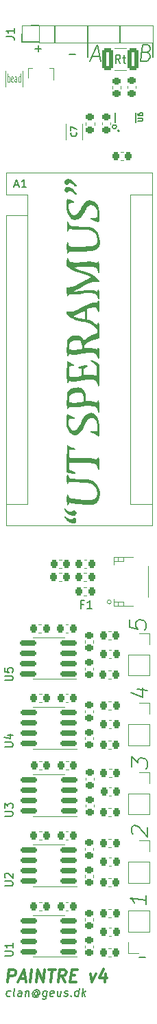
<source format=gto>
G04 #@! TF.GenerationSoftware,KiCad,Pcbnew,(6.0.6)*
G04 #@! TF.CreationDate,2022-09-05T13:44:10+02:00*
G04 #@! TF.ProjectId,PAINTREv4,5041494e-5452-4457-9634-2e6b69636164,rev?*
G04 #@! TF.SameCoordinates,Original*
G04 #@! TF.FileFunction,Legend,Top*
G04 #@! TF.FilePolarity,Positive*
%FSLAX46Y46*%
G04 Gerber Fmt 4.6, Leading zero omitted, Abs format (unit mm)*
G04 Created by KiCad (PCBNEW (6.0.6)) date 2022-09-05 13:44:10*
%MOMM*%
%LPD*%
G01*
G04 APERTURE LIST*
G04 Aperture macros list*
%AMRoundRect*
0 Rectangle with rounded corners*
0 $1 Rounding radius*
0 $2 $3 $4 $5 $6 $7 $8 $9 X,Y pos of 4 corners*
0 Add a 4 corners polygon primitive as box body*
4,1,4,$2,$3,$4,$5,$6,$7,$8,$9,$2,$3,0*
0 Add four circle primitives for the rounded corners*
1,1,$1+$1,$2,$3*
1,1,$1+$1,$4,$5*
1,1,$1+$1,$6,$7*
1,1,$1+$1,$8,$9*
0 Add four rect primitives between the rounded corners*
20,1,$1+$1,$2,$3,$4,$5,0*
20,1,$1+$1,$4,$5,$6,$7,0*
20,1,$1+$1,$6,$7,$8,$9,0*
20,1,$1+$1,$8,$9,$2,$3,0*%
G04 Aperture macros list end*
%ADD10C,0.150000*%
%ADD11C,0.300000*%
%ADD12C,0.125000*%
%ADD13C,0.120000*%
%ADD14C,0.127000*%
%ADD15C,0.200000*%
%ADD16R,1.600000X1.800000*%
%ADD17R,1.600000X2.000000*%
%ADD18RoundRect,0.218750X-0.218750X-0.256250X0.218750X-0.256250X0.218750X0.256250X-0.218750X0.256250X0*%
%ADD19C,3.200000*%
%ADD20R,1.350000X1.350000*%
%ADD21O,1.350000X1.350000*%
%ADD22R,1.800000X1.200000*%
%ADD23R,1.550000X0.600000*%
%ADD24RoundRect,0.218750X0.218750X0.256250X-0.218750X0.256250X-0.218750X-0.256250X0.218750X-0.256250X0*%
%ADD25RoundRect,0.225000X0.225000X0.250000X-0.225000X0.250000X-0.225000X-0.250000X0.225000X-0.250000X0*%
%ADD26RoundRect,0.225000X-0.250000X0.225000X-0.250000X-0.225000X0.250000X-0.225000X0.250000X0.225000X0*%
%ADD27RoundRect,0.250000X0.400000X1.075000X-0.400000X1.075000X-0.400000X-1.075000X0.400000X-1.075000X0*%
%ADD28RoundRect,0.225000X-0.225000X-0.250000X0.225000X-0.250000X0.225000X0.250000X-0.225000X0.250000X0*%
%ADD29RoundRect,0.150000X0.825000X0.150000X-0.825000X0.150000X-0.825000X-0.150000X0.825000X-0.150000X0*%
%ADD30R,1.700000X1.700000*%
%ADD31O,1.700000X1.700000*%
%ADD32RoundRect,0.218750X-0.256250X0.218750X-0.256250X-0.218750X0.256250X-0.218750X0.256250X0.218750X0*%
%ADD33R,1.600000X1.600000*%
%ADD34O,1.600000X1.600000*%
%ADD35R,0.330000X0.710000*%
%ADD36R,0.310000X0.660000*%
%ADD37RoundRect,0.225000X0.250000X-0.225000X0.250000X0.225000X-0.250000X0.225000X-0.250000X-0.225000X0*%
%ADD38R,1.200000X3.000000*%
%ADD39R,2.000000X2.000000*%
G04 APERTURE END LIST*
D10*
X126116517Y-152404761D02*
X126015327Y-152452380D01*
X125824851Y-152452380D01*
X125735565Y-152404761D01*
X125693898Y-152357142D01*
X125658184Y-152261904D01*
X125693898Y-151976190D01*
X125753422Y-151880952D01*
X125806994Y-151833333D01*
X125908184Y-151785714D01*
X126098660Y-151785714D01*
X126187946Y-151833333D01*
X126681994Y-152452380D02*
X126592708Y-152404761D01*
X126556994Y-152309523D01*
X126664136Y-151452380D01*
X127491517Y-152452380D02*
X127556994Y-151928571D01*
X127521279Y-151833333D01*
X127431994Y-151785714D01*
X127241517Y-151785714D01*
X127140327Y-151833333D01*
X127497470Y-152404761D02*
X127396279Y-152452380D01*
X127158184Y-152452380D01*
X127068898Y-152404761D01*
X127033184Y-152309523D01*
X127045089Y-152214285D01*
X127104613Y-152119047D01*
X127205803Y-152071428D01*
X127443898Y-152071428D01*
X127545089Y-152023809D01*
X128051041Y-151785714D02*
X127967708Y-152452380D01*
X128039136Y-151880952D02*
X128092708Y-151833333D01*
X128193898Y-151785714D01*
X128336755Y-151785714D01*
X128426041Y-151833333D01*
X128461755Y-151928571D01*
X128396279Y-152452380D01*
X129551041Y-151976190D02*
X129509375Y-151928571D01*
X129420089Y-151880952D01*
X129324851Y-151880952D01*
X129223660Y-151928571D01*
X129170089Y-151976190D01*
X129110565Y-152071428D01*
X129098660Y-152166666D01*
X129134375Y-152261904D01*
X129176041Y-152309523D01*
X129265327Y-152357142D01*
X129360565Y-152357142D01*
X129461755Y-152309523D01*
X129515327Y-152261904D01*
X129562946Y-151880952D02*
X129515327Y-152261904D01*
X129556994Y-152309523D01*
X129604613Y-152309523D01*
X129705803Y-152261904D01*
X129765327Y-152166666D01*
X129795089Y-151928571D01*
X129717708Y-151785714D01*
X129586755Y-151690476D01*
X129402232Y-151642857D01*
X129205803Y-151690476D01*
X129051041Y-151785714D01*
X128937946Y-151928571D01*
X128866517Y-152119047D01*
X128890327Y-152309523D01*
X128967708Y-152452380D01*
X129098660Y-152547619D01*
X129283184Y-152595238D01*
X129479613Y-152547619D01*
X129634375Y-152452380D01*
X130670089Y-151785714D02*
X130568898Y-152595238D01*
X130509375Y-152690476D01*
X130455803Y-152738095D01*
X130354613Y-152785714D01*
X130211755Y-152785714D01*
X130122470Y-152738095D01*
X130592708Y-152404761D02*
X130491517Y-152452380D01*
X130301041Y-152452380D01*
X130211755Y-152404761D01*
X130170089Y-152357142D01*
X130134375Y-152261904D01*
X130170089Y-151976190D01*
X130229613Y-151880952D01*
X130283184Y-151833333D01*
X130384375Y-151785714D01*
X130574851Y-151785714D01*
X130664136Y-151833333D01*
X131449851Y-152404761D02*
X131348660Y-152452380D01*
X131158184Y-152452380D01*
X131068898Y-152404761D01*
X131033184Y-152309523D01*
X131080803Y-151928571D01*
X131140327Y-151833333D01*
X131241517Y-151785714D01*
X131431994Y-151785714D01*
X131521279Y-151833333D01*
X131556994Y-151928571D01*
X131545089Y-152023809D01*
X131056994Y-152119047D01*
X132431994Y-151785714D02*
X132348660Y-152452380D01*
X132003422Y-151785714D02*
X131937946Y-152309523D01*
X131973660Y-152404761D01*
X132062946Y-152452380D01*
X132205803Y-152452380D01*
X132306994Y-152404761D01*
X132360565Y-152357142D01*
X132783184Y-152404761D02*
X132872470Y-152452380D01*
X133062946Y-152452380D01*
X133164136Y-152404761D01*
X133223660Y-152309523D01*
X133229613Y-152261904D01*
X133193898Y-152166666D01*
X133104613Y-152119047D01*
X132961755Y-152119047D01*
X132872470Y-152071428D01*
X132836755Y-151976190D01*
X132842708Y-151928571D01*
X132902232Y-151833333D01*
X133003422Y-151785714D01*
X133146279Y-151785714D01*
X133235565Y-151833333D01*
X133646279Y-152357142D02*
X133687946Y-152404761D01*
X133634375Y-152452380D01*
X133592708Y-152404761D01*
X133646279Y-152357142D01*
X133634375Y-152452380D01*
X134539136Y-152452380D02*
X134664136Y-151452380D01*
X134545089Y-152404761D02*
X134443898Y-152452380D01*
X134253422Y-152452380D01*
X134164136Y-152404761D01*
X134122470Y-152357142D01*
X134086755Y-152261904D01*
X134122470Y-151976190D01*
X134181994Y-151880952D01*
X134235565Y-151833333D01*
X134336755Y-151785714D01*
X134527232Y-151785714D01*
X134616517Y-151833333D01*
X135015327Y-152452380D02*
X135140327Y-151452380D01*
X135158184Y-152071428D02*
X135396279Y-152452380D01*
X135479613Y-151785714D02*
X135051041Y-152166666D01*
X143715000Y-36800000D02*
X143715000Y-35050000D01*
X128665000Y-32890000D02*
X129665000Y-32890000D01*
X139250000Y-45400000D02*
G75*
G03*
X139250000Y-45400000I-250000J0D01*
G01*
X131665000Y-32900000D02*
X131665000Y-35000000D01*
X127605000Y-33950000D02*
X127615000Y-35000000D01*
X139715000Y-35000000D02*
X139715000Y-32900000D01*
X127615000Y-35000000D02*
X129665000Y-35000000D01*
X135715000Y-36800000D02*
X135715000Y-32900000D01*
X142019047Y-147671428D02*
X142780952Y-147671428D01*
D11*
X125822276Y-150678571D02*
X126009776Y-149178571D01*
X126581205Y-149178571D01*
X126715133Y-149250000D01*
X126777633Y-149321428D01*
X126831205Y-149464285D01*
X126804419Y-149678571D01*
X126715133Y-149821428D01*
X126634776Y-149892857D01*
X126482991Y-149964285D01*
X125911562Y-149964285D01*
X127304419Y-150250000D02*
X128018705Y-150250000D01*
X127107991Y-150678571D02*
X127795491Y-149178571D01*
X128107991Y-150678571D01*
X128607991Y-150678571D02*
X128795491Y-149178571D01*
X129322276Y-150678571D02*
X129509776Y-149178571D01*
X130179419Y-150678571D01*
X130366919Y-149178571D01*
X130866919Y-149178571D02*
X131724062Y-149178571D01*
X131107991Y-150678571D02*
X131295491Y-149178571D01*
X132893705Y-150678571D02*
X132482991Y-149964285D01*
X132036562Y-150678571D02*
X132224062Y-149178571D01*
X132795491Y-149178571D01*
X132929419Y-149250000D01*
X132991919Y-149321428D01*
X133045491Y-149464285D01*
X133018705Y-149678571D01*
X132929419Y-149821428D01*
X132849062Y-149892857D01*
X132697276Y-149964285D01*
X132125848Y-149964285D01*
X133634776Y-149892857D02*
X134134776Y-149892857D01*
X134250848Y-150678571D02*
X133536562Y-150678571D01*
X133724062Y-149178571D01*
X134438348Y-149178571D01*
X136018705Y-149678571D02*
X136250848Y-150678571D01*
X136732991Y-149678571D01*
X137947276Y-149678571D02*
X137822276Y-150678571D01*
X137661562Y-149107142D02*
X137170491Y-150178571D01*
X138099062Y-150178571D01*
D10*
X141104761Y-124206011D02*
X141104761Y-122967916D01*
X141866666Y-123729821D01*
X141866666Y-123444107D01*
X141961904Y-123265535D01*
X142057142Y-123182202D01*
X142247619Y-123110773D01*
X142723809Y-123170297D01*
X142914285Y-123289345D01*
X143009523Y-123396488D01*
X143104761Y-123598869D01*
X143104761Y-124170297D01*
X143009523Y-124348869D01*
X142914285Y-124432202D01*
X136205892Y-36733333D02*
X137158273Y-36733333D01*
X135943988Y-37304761D02*
X136860654Y-35304761D01*
X137277321Y-37304761D01*
X141771428Y-114641726D02*
X143104761Y-114808392D01*
X141009523Y-115022678D02*
X142438095Y-115677440D01*
X142438095Y-114439345D01*
X133419047Y-36471428D02*
X134180952Y-36471428D01*
X140904761Y-106063154D02*
X140904761Y-107015535D01*
X141857142Y-107229821D01*
X141761904Y-107122678D01*
X141666666Y-106920297D01*
X141666666Y-106444107D01*
X141761904Y-106265535D01*
X141857142Y-106182202D01*
X142047619Y-106110773D01*
X142523809Y-106170297D01*
X142714285Y-106289345D01*
X142809523Y-106396488D01*
X142904761Y-106598869D01*
X142904761Y-107075059D01*
X142809523Y-107253630D01*
X142714285Y-107336964D01*
X129219047Y-35771428D02*
X129980952Y-35771428D01*
X129600000Y-36152380D02*
X129600000Y-35390476D01*
X139723809Y-37552380D02*
X139390476Y-37076190D01*
X139152380Y-37552380D02*
X139152380Y-36552380D01*
X139533333Y-36552380D01*
X139628571Y-36600000D01*
X139676190Y-36647619D01*
X139723809Y-36742857D01*
X139723809Y-36885714D01*
X139676190Y-36980952D01*
X139628571Y-37028571D01*
X139533333Y-37076190D01*
X139152380Y-37076190D01*
X140009523Y-36885714D02*
X140390476Y-36885714D01*
X140152380Y-36552380D02*
X140152380Y-37409523D01*
X140200000Y-37504761D01*
X140295238Y-37552380D01*
X140390476Y-37552380D01*
X142929761Y-140017916D02*
X142929761Y-141160773D01*
X142929761Y-140589345D02*
X140929761Y-140339345D01*
X141215476Y-140565535D01*
X141405952Y-140779821D01*
X141501190Y-140982202D01*
X141295238Y-132534583D02*
X141200000Y-132427440D01*
X141104761Y-132225059D01*
X141104761Y-131748869D01*
X141200000Y-131570297D01*
X141295238Y-131486964D01*
X141485714Y-131415535D01*
X141676190Y-131439345D01*
X141961904Y-131570297D01*
X143104761Y-132856011D01*
X143104761Y-131617916D01*
X142984464Y-36257142D02*
X143258273Y-36352380D01*
X143341607Y-36447619D01*
X143413035Y-36638095D01*
X143377321Y-36923809D01*
X143258273Y-37114285D01*
X143151130Y-37209523D01*
X142948750Y-37304761D01*
X142186845Y-37304761D01*
X142436845Y-35304761D01*
X143103511Y-35304761D01*
X143282083Y-35400000D01*
X143365416Y-35495238D01*
X143436845Y-35685714D01*
X143413035Y-35876190D01*
X143293988Y-36066666D01*
X143186845Y-36161904D01*
X142984464Y-36257142D01*
X142317797Y-36257142D01*
D12*
X125821190Y-39882380D02*
X125821190Y-38882380D01*
X125821190Y-39263333D02*
X125868809Y-39215714D01*
X125964047Y-39215714D01*
X126011666Y-39263333D01*
X126035476Y-39310952D01*
X126059285Y-39406190D01*
X126059285Y-39691904D01*
X126035476Y-39787142D01*
X126011666Y-39834761D01*
X125964047Y-39882380D01*
X125868809Y-39882380D01*
X125821190Y-39834761D01*
X126464047Y-39834761D02*
X126416428Y-39882380D01*
X126321190Y-39882380D01*
X126273571Y-39834761D01*
X126249761Y-39739523D01*
X126249761Y-39358571D01*
X126273571Y-39263333D01*
X126321190Y-39215714D01*
X126416428Y-39215714D01*
X126464047Y-39263333D01*
X126487857Y-39358571D01*
X126487857Y-39453809D01*
X126249761Y-39549047D01*
X126916428Y-39882380D02*
X126916428Y-39358571D01*
X126892619Y-39263333D01*
X126845000Y-39215714D01*
X126749761Y-39215714D01*
X126702142Y-39263333D01*
X126916428Y-39834761D02*
X126868809Y-39882380D01*
X126749761Y-39882380D01*
X126702142Y-39834761D01*
X126678333Y-39739523D01*
X126678333Y-39644285D01*
X126702142Y-39549047D01*
X126749761Y-39501428D01*
X126868809Y-39501428D01*
X126916428Y-39453809D01*
X127368809Y-39882380D02*
X127368809Y-38882380D01*
X127368809Y-39834761D02*
X127321190Y-39882380D01*
X127225952Y-39882380D01*
X127178333Y-39834761D01*
X127154523Y-39787142D01*
X127130714Y-39691904D01*
X127130714Y-39406190D01*
X127154523Y-39310952D01*
X127178333Y-39263333D01*
X127225952Y-39215714D01*
X127321190Y-39215714D01*
X127368809Y-39263333D01*
D10*
X134260714Y-46118333D02*
X134295476Y-46152142D01*
X134330238Y-46253571D01*
X134330238Y-46321190D01*
X134295476Y-46422619D01*
X134225952Y-46490238D01*
X134156428Y-46524047D01*
X134017380Y-46557857D01*
X133913095Y-46557857D01*
X133774047Y-46524047D01*
X133704523Y-46490238D01*
X133635000Y-46422619D01*
X133600238Y-46321190D01*
X133600238Y-46253571D01*
X133635000Y-46152142D01*
X133669761Y-46118333D01*
X133600238Y-45881666D02*
X133600238Y-45408333D01*
X134330238Y-45712619D01*
X135166666Y-104178571D02*
X134833333Y-104178571D01*
X134833333Y-104702380D02*
X134833333Y-103702380D01*
X135309523Y-103702380D01*
X136214285Y-104702380D02*
X135642857Y-104702380D01*
X135928571Y-104702380D02*
X135928571Y-103702380D01*
X135833333Y-103845238D01*
X135738095Y-103940476D01*
X135642857Y-103988095D01*
X125617380Y-34283333D02*
X126331666Y-34283333D01*
X126474523Y-34330952D01*
X126569761Y-34426190D01*
X126617380Y-34569047D01*
X126617380Y-34664285D01*
X126617380Y-33283333D02*
X126617380Y-33854761D01*
X126617380Y-33569047D02*
X125617380Y-33569047D01*
X125760238Y-33664285D01*
X125855476Y-33759523D01*
X125903095Y-33854761D01*
X125452380Y-130261904D02*
X126261904Y-130261904D01*
X126357142Y-130214285D01*
X126404761Y-130166666D01*
X126452380Y-130071428D01*
X126452380Y-129880952D01*
X126404761Y-129785714D01*
X126357142Y-129738095D01*
X126261904Y-129690476D01*
X125452380Y-129690476D01*
X125452380Y-129309523D02*
X125452380Y-128690476D01*
X125833333Y-129023809D01*
X125833333Y-128880952D01*
X125880952Y-128785714D01*
X125928571Y-128738095D01*
X126023809Y-128690476D01*
X126261904Y-128690476D01*
X126357142Y-128738095D01*
X126404761Y-128785714D01*
X126452380Y-128880952D01*
X126452380Y-129166666D01*
X126404761Y-129261904D01*
X126357142Y-129309523D01*
X126685714Y-52566666D02*
X127161904Y-52566666D01*
X126590476Y-52852380D02*
X126923809Y-51852380D01*
X127257142Y-52852380D01*
X128114285Y-52852380D02*
X127542857Y-52852380D01*
X127828571Y-52852380D02*
X127828571Y-51852380D01*
X127733333Y-51995238D01*
X127638095Y-52090476D01*
X127542857Y-52138095D01*
X125452380Y-138861904D02*
X126261904Y-138861904D01*
X126357142Y-138814285D01*
X126404761Y-138766666D01*
X126452380Y-138671428D01*
X126452380Y-138480952D01*
X126404761Y-138385714D01*
X126357142Y-138338095D01*
X126261904Y-138290476D01*
X125452380Y-138290476D01*
X125547619Y-137861904D02*
X125500000Y-137814285D01*
X125452380Y-137719047D01*
X125452380Y-137480952D01*
X125500000Y-137385714D01*
X125547619Y-137338095D01*
X125642857Y-137290476D01*
X125738095Y-137290476D01*
X125880952Y-137338095D01*
X126452380Y-137909523D01*
X126452380Y-137290476D01*
X125452380Y-121761904D02*
X126261904Y-121761904D01*
X126357142Y-121714285D01*
X126404761Y-121666666D01*
X126452380Y-121571428D01*
X126452380Y-121380952D01*
X126404761Y-121285714D01*
X126357142Y-121238095D01*
X126261904Y-121190476D01*
X125452380Y-121190476D01*
X125785714Y-120285714D02*
X126452380Y-120285714D01*
X125404761Y-120523809D02*
X126119047Y-120761904D01*
X126119047Y-120142857D01*
X141849523Y-44687619D02*
X142367619Y-44687619D01*
X142428571Y-44657142D01*
X142459047Y-44626666D01*
X142489523Y-44565714D01*
X142489523Y-44443809D01*
X142459047Y-44382857D01*
X142428571Y-44352380D01*
X142367619Y-44321904D01*
X141849523Y-44321904D01*
X141849523Y-43742857D02*
X141849523Y-43864761D01*
X141880000Y-43925714D01*
X141910476Y-43956190D01*
X142001904Y-44017142D01*
X142123809Y-44047619D01*
X142367619Y-44047619D01*
X142428571Y-44017142D01*
X142459047Y-43986666D01*
X142489523Y-43925714D01*
X142489523Y-43803809D01*
X142459047Y-43742857D01*
X142428571Y-43712380D01*
X142367619Y-43681904D01*
X142215238Y-43681904D01*
X142154285Y-43712380D01*
X142123809Y-43742857D01*
X142093333Y-43803809D01*
X142093333Y-43925714D01*
X142123809Y-43986666D01*
X142154285Y-44017142D01*
X142215238Y-44047619D01*
X125452380Y-113561904D02*
X126261904Y-113561904D01*
X126357142Y-113514285D01*
X126404761Y-113466666D01*
X126452380Y-113371428D01*
X126452380Y-113180952D01*
X126404761Y-113085714D01*
X126357142Y-113038095D01*
X126261904Y-112990476D01*
X125452380Y-112990476D01*
X125452380Y-112038095D02*
X125452380Y-112514285D01*
X125928571Y-112561904D01*
X125880952Y-112514285D01*
X125833333Y-112419047D01*
X125833333Y-112180952D01*
X125880952Y-112085714D01*
X125928571Y-112038095D01*
X126023809Y-111990476D01*
X126261904Y-111990476D01*
X126357142Y-112038095D01*
X126404761Y-112085714D01*
X126452380Y-112180952D01*
X126452380Y-112419047D01*
X126404761Y-112514285D01*
X126357142Y-112561904D01*
X125452380Y-147461904D02*
X126261904Y-147461904D01*
X126357142Y-147414285D01*
X126404761Y-147366666D01*
X126452380Y-147271428D01*
X126452380Y-147080952D01*
X126404761Y-146985714D01*
X126357142Y-146938095D01*
X126261904Y-146890476D01*
X125452380Y-146890476D01*
X126452380Y-145890476D02*
X126452380Y-146461904D01*
X126452380Y-146176190D02*
X125452380Y-146176190D01*
X125595238Y-146271428D01*
X125690476Y-146366666D01*
X125738095Y-146461904D01*
D13*
X125545000Y-40480000D02*
X125545000Y-38480000D01*
X127685000Y-38480000D02*
X127685000Y-40480000D01*
X135020000Y-47000000D02*
X135020000Y-45000000D01*
X132980000Y-45000000D02*
X132980000Y-47000000D01*
X135237221Y-103110000D02*
X135562779Y-103110000D01*
X135237221Y-102090000D02*
X135562779Y-102090000D01*
X135237221Y-101310000D02*
X135562779Y-101310000D01*
X135237221Y-100290000D02*
X135562779Y-100290000D01*
X132149721Y-99710000D02*
X132475279Y-99710000D01*
X132149721Y-98690000D02*
X132475279Y-98690000D01*
X132137221Y-100290000D02*
X132462779Y-100290000D01*
X132137221Y-101310000D02*
X132462779Y-101310000D01*
X135249721Y-99710000D02*
X135575279Y-99710000D01*
X135249721Y-98690000D02*
X135575279Y-98690000D01*
X127605000Y-32890000D02*
X128665000Y-32890000D01*
X127605000Y-33950000D02*
X127605000Y-32890000D01*
X143725000Y-35010000D02*
X143725000Y-32890000D01*
X129665000Y-32890000D02*
X143725000Y-32890000D01*
X129665000Y-35010000D02*
X129665000Y-32890000D01*
X129665000Y-35010000D02*
X143725000Y-35010000D01*
X139425000Y-104400000D02*
X139425000Y-104400000D01*
X138925000Y-98900000D02*
X140125000Y-98900000D01*
X140125000Y-104400000D02*
X140125000Y-103900000D01*
X141275000Y-98400000D02*
X138925000Y-98400000D01*
X140125000Y-103900000D02*
X140125000Y-104400000D01*
X138925000Y-103900000D02*
X140125000Y-103900000D01*
X139425000Y-103900000D02*
X139425000Y-103900000D01*
X140125000Y-103900000D02*
X140125000Y-103900000D01*
X140125000Y-103900000D02*
X138925000Y-103900000D01*
X143175000Y-103300000D02*
X143175000Y-99500000D01*
X140125000Y-98400000D02*
X140125000Y-98400000D01*
X139425000Y-98900000D02*
X139425000Y-98400000D01*
X140125000Y-98900000D02*
X140125000Y-98900000D01*
X140125000Y-103900000D02*
X140125000Y-103900000D01*
X138925000Y-98900000D02*
X138925000Y-98900000D01*
X138925000Y-103900000D02*
X138925000Y-103900000D01*
X139425000Y-104400000D02*
X139425000Y-103900000D01*
X138925000Y-98400000D02*
X138925000Y-99300000D01*
X141275000Y-104400000D02*
X138925000Y-104400000D01*
X140125000Y-98900000D02*
X140125000Y-98400000D01*
X140125000Y-104400000D02*
X140125000Y-104400000D01*
X139425000Y-98400000D02*
X139425000Y-98400000D01*
X139425000Y-98900000D02*
X139425000Y-98900000D01*
X139425000Y-98400000D02*
X139425000Y-98900000D01*
X140125000Y-98900000D02*
X138925000Y-98900000D01*
X140125000Y-98900000D02*
X140125000Y-98900000D01*
X140125000Y-98400000D02*
X140125000Y-98900000D01*
X139425000Y-103900000D02*
X139425000Y-104400000D01*
X138925000Y-104400000D02*
X138925000Y-103500000D01*
X138600000Y-103900000D02*
G75*
G03*
X138600000Y-103900000I-250000J0D01*
G01*
X140090279Y-48540000D02*
X139764721Y-48540000D01*
X140090279Y-49560000D02*
X139764721Y-49560000D01*
X138622580Y-126696000D02*
X138341420Y-126696000D01*
X138622580Y-127716000D02*
X138341420Y-127716000D01*
X129698721Y-123521000D02*
X130024279Y-123521000D01*
X129698721Y-124541000D02*
X130024279Y-124541000D01*
X135394000Y-146170420D02*
X135394000Y-146451580D01*
X136414000Y-146170420D02*
X136414000Y-146451580D01*
X140473737Y-38455000D02*
X139026263Y-38455000D01*
X140473737Y-35745000D02*
X139026263Y-35745000D01*
X135394000Y-142842420D02*
X135394000Y-143123580D01*
X136414000Y-142842420D02*
X136414000Y-143123580D01*
X133010420Y-115240000D02*
X133291580Y-115240000D01*
X133010420Y-116260000D02*
X133291580Y-116260000D01*
X130903000Y-125154000D02*
X128953000Y-125154000D01*
X130903000Y-130274000D02*
X134353000Y-130274000D01*
X130903000Y-125154000D02*
X132853000Y-125154000D01*
X130903000Y-130274000D02*
X128953000Y-130274000D01*
X135394000Y-137507420D02*
X135394000Y-137788580D01*
X136414000Y-137507420D02*
X136414000Y-137788580D01*
X133010420Y-140835000D02*
X133291580Y-140835000D01*
X133010420Y-141855000D02*
X133291580Y-141855000D01*
X138606779Y-142744000D02*
X138281221Y-142744000D01*
X138606779Y-141724000D02*
X138281221Y-141724000D01*
X129648721Y-106640000D02*
X129974279Y-106640000D01*
X129648721Y-107660000D02*
X129974279Y-107660000D01*
X135369000Y-108647420D02*
X135369000Y-108928580D01*
X136389000Y-108647420D02*
X136389000Y-108928580D01*
X138597580Y-118410000D02*
X138316420Y-118410000D01*
X138597580Y-119430000D02*
X138316420Y-119430000D01*
X138303420Y-110855000D02*
X138584580Y-110855000D01*
X138303420Y-109835000D02*
X138584580Y-109835000D01*
X140695000Y-127480000D02*
X140695000Y-130080000D01*
X143355000Y-127480000D02*
X143355000Y-130080000D01*
X142025000Y-124880000D02*
X143355000Y-124880000D01*
X143355000Y-124880000D02*
X143355000Y-126210000D01*
X140695000Y-130080000D02*
X143355000Y-130080000D01*
X140695000Y-127480000D02*
X143355000Y-127480000D01*
X141620000Y-40337221D02*
X141620000Y-40662779D01*
X140600000Y-40337221D02*
X140600000Y-40662779D01*
X129673721Y-132172000D02*
X129999279Y-132172000D01*
X129673721Y-133192000D02*
X129999279Y-133192000D01*
X142025000Y-116340000D02*
X143355000Y-116340000D01*
X143355000Y-118940000D02*
X143355000Y-121540000D01*
X143355000Y-116340000D02*
X143355000Y-117670000D01*
X140695000Y-118940000D02*
X140695000Y-121540000D01*
X140695000Y-118940000D02*
X143355000Y-118940000D01*
X140695000Y-121540000D02*
X143355000Y-121540000D01*
X133035420Y-123521000D02*
X133316580Y-123521000D01*
X133035420Y-124541000D02*
X133316580Y-124541000D01*
X138581779Y-108549000D02*
X138256221Y-108549000D01*
X138581779Y-107529000D02*
X138256221Y-107529000D01*
X135419000Y-128856420D02*
X135419000Y-129137580D01*
X136439000Y-128856420D02*
X136439000Y-129137580D01*
X125600000Y-56270000D02*
X125600000Y-94500000D01*
X125600000Y-51060000D02*
X125600000Y-53730000D01*
X140970000Y-91830000D02*
X143640000Y-91830000D01*
X143640000Y-94500000D02*
X143640000Y-51060000D01*
X128270000Y-56270000D02*
X128270000Y-53730000D01*
X143640000Y-51060000D02*
X125600000Y-51060000D01*
X125600000Y-94500000D02*
X143640000Y-94500000D01*
X140970000Y-53730000D02*
X140970000Y-91830000D01*
X128270000Y-53730000D02*
X125600000Y-53730000D01*
X128270000Y-91830000D02*
X125600000Y-91830000D01*
X128270000Y-56270000D02*
X125600000Y-56270000D01*
X140970000Y-53730000D02*
X143640000Y-53730000D01*
X128270000Y-56270000D02*
X128270000Y-91830000D01*
X136414000Y-134179420D02*
X136414000Y-134460580D01*
X135394000Y-134179420D02*
X135394000Y-134460580D01*
X143355000Y-133277000D02*
X143355000Y-134607000D01*
X142025000Y-133277000D02*
X143355000Y-133277000D01*
X140695000Y-138477000D02*
X143355000Y-138477000D01*
X140695000Y-135877000D02*
X143355000Y-135877000D01*
X140695000Y-135877000D02*
X140695000Y-138477000D01*
X143355000Y-135877000D02*
X143355000Y-138477000D01*
X130878000Y-138925000D02*
X134328000Y-138925000D01*
X130878000Y-138925000D02*
X128928000Y-138925000D01*
X130878000Y-133805000D02*
X132828000Y-133805000D01*
X130878000Y-133805000D02*
X128928000Y-133805000D01*
X138631779Y-125430000D02*
X138306221Y-125430000D01*
X138631779Y-124410000D02*
X138306221Y-124410000D01*
X138606779Y-133061000D02*
X138281221Y-133061000D01*
X138606779Y-134081000D02*
X138281221Y-134081000D01*
X138597580Y-145030000D02*
X138316420Y-145030000D01*
X138597580Y-144010000D02*
X138316420Y-144010000D01*
X136414000Y-117242420D02*
X136414000Y-117523580D01*
X135394000Y-117242420D02*
X135394000Y-117523580D01*
X130878000Y-116868000D02*
X128928000Y-116868000D01*
X130878000Y-116868000D02*
X132828000Y-116868000D01*
X130878000Y-121988000D02*
X134328000Y-121988000D01*
X130878000Y-121988000D02*
X128928000Y-121988000D01*
X140670000Y-147120000D02*
X140670000Y-145790000D01*
X142000000Y-147120000D02*
X140670000Y-147120000D01*
X143330000Y-141920000D02*
X140670000Y-141920000D01*
X143330000Y-144520000D02*
X143330000Y-141920000D01*
X143330000Y-144520000D02*
X140670000Y-144520000D01*
X140670000Y-144520000D02*
X140670000Y-141920000D01*
X140695000Y-112965000D02*
X143355000Y-112965000D01*
X143355000Y-107765000D02*
X143355000Y-109095000D01*
X140695000Y-110365000D02*
X143355000Y-110365000D01*
X143355000Y-110365000D02*
X143355000Y-112965000D01*
X140695000Y-110365000D02*
X140695000Y-112965000D01*
X142025000Y-107765000D02*
X143355000Y-107765000D01*
X135369000Y-111975420D02*
X135369000Y-112256580D01*
X136389000Y-111975420D02*
X136389000Y-112256580D01*
X138556279Y-112355000D02*
X138230721Y-112355000D01*
X138556279Y-113375000D02*
X138230721Y-113375000D01*
X138730000Y-40367221D02*
X138730000Y-40692779D01*
X139750000Y-40367221D02*
X139750000Y-40692779D01*
D14*
X139115000Y-44900000D02*
X139115000Y-43700000D01*
X141590000Y-44900000D02*
X141590000Y-43700000D01*
D15*
X139590000Y-45900000D02*
G75*
G03*
X139590000Y-45900000I-100000J0D01*
G01*
D13*
X129673721Y-141855000D02*
X129999279Y-141855000D01*
X129673721Y-140835000D02*
X129999279Y-140835000D01*
X138581279Y-120950000D02*
X138255721Y-120950000D01*
X138581279Y-121970000D02*
X138255721Y-121970000D01*
G36*
X133256621Y-57094915D02*
G01*
X133317777Y-57216514D01*
X133331129Y-57257098D01*
X133395428Y-57405587D01*
X133478247Y-57517501D01*
X133501061Y-57535849D01*
X133618871Y-57580074D01*
X133820607Y-57619907D01*
X134088630Y-57653624D01*
X134405303Y-57679495D01*
X134752985Y-57695796D01*
X135114038Y-57700797D01*
X135181213Y-57700343D01*
X135597010Y-57709269D01*
X135933641Y-57748427D01*
X136210218Y-57822284D01*
X136445852Y-57935304D01*
X136579942Y-58027137D01*
X136794348Y-58241453D01*
X136968946Y-58514527D01*
X137100689Y-58827337D01*
X137186528Y-59160863D01*
X137223414Y-59496081D01*
X137208299Y-59813970D01*
X137138135Y-60095508D01*
X137009872Y-60321672D01*
X136956785Y-60378560D01*
X136833670Y-60477072D01*
X136688239Y-60553225D01*
X136500765Y-60613314D01*
X136251520Y-60663638D01*
X135920778Y-60710492D01*
X135914400Y-60711287D01*
X135695135Y-60732453D01*
X135419515Y-60749841D01*
X135107210Y-60763185D01*
X134777887Y-60772220D01*
X134451218Y-60776680D01*
X134146871Y-60776299D01*
X133884517Y-60770812D01*
X133683824Y-60759953D01*
X133564463Y-60743458D01*
X133562919Y-60743035D01*
X133465895Y-60727002D01*
X133405839Y-60763865D01*
X133349569Y-60875028D01*
X133346338Y-60882735D01*
X133276168Y-61017570D01*
X133212279Y-61059949D01*
X133154266Y-61028133D01*
X133141965Y-60967582D01*
X133131659Y-60824914D01*
X133124244Y-60619608D01*
X133120616Y-60371141D01*
X133120400Y-60291533D01*
X133121986Y-60006245D01*
X133127787Y-59807978D01*
X133139365Y-59682188D01*
X133158281Y-59614329D01*
X133186098Y-59589858D01*
X133195868Y-59588800D01*
X133258709Y-59637047D01*
X133316279Y-59771704D01*
X133329318Y-59819064D01*
X133373638Y-59959610D01*
X133436280Y-60054048D01*
X133538988Y-60116833D01*
X133703508Y-60162425D01*
X133897387Y-60196736D01*
X134061619Y-60215419D01*
X134260640Y-60222578D01*
X134511146Y-60217921D01*
X134829830Y-60201152D01*
X135212844Y-60173588D01*
X135637608Y-60138366D01*
X135973240Y-60104338D01*
X136232105Y-60068070D01*
X136426567Y-60026130D01*
X136568989Y-59975082D01*
X136671735Y-59911495D01*
X136747168Y-59831934D01*
X136807653Y-59732966D01*
X136809028Y-59730314D01*
X136857555Y-59595252D01*
X136874493Y-59421836D01*
X136867068Y-59222854D01*
X136808446Y-58880455D01*
X136681681Y-58607155D01*
X136478591Y-58390032D01*
X136246982Y-58243625D01*
X136129512Y-58185037D01*
X136030106Y-58143981D01*
X135927694Y-58117649D01*
X135801206Y-58103237D01*
X135629571Y-58097939D01*
X135391718Y-58098949D01*
X135181874Y-58101800D01*
X134823655Y-58101497D01*
X134470060Y-58091259D01*
X134140752Y-58072493D01*
X133855392Y-58046603D01*
X133633643Y-58014995D01*
X133501761Y-57981709D01*
X133432205Y-57996197D01*
X133363220Y-58101193D01*
X133346572Y-58138975D01*
X133279960Y-58271291D01*
X133226953Y-58313492D01*
X133186459Y-58263183D01*
X133157385Y-58117966D01*
X133138641Y-57875447D01*
X133131536Y-57666949D01*
X133127199Y-57402776D01*
X133129636Y-57224472D01*
X133140396Y-57116440D01*
X133161031Y-57063081D01*
X133192997Y-57048800D01*
X133256621Y-57094915D01*
G37*
G36*
X133001840Y-92438685D02*
G01*
X133055231Y-92502010D01*
X133244690Y-92687522D01*
X133448019Y-92787402D01*
X133650826Y-92797945D01*
X133838718Y-92715444D01*
X133850187Y-92706682D01*
X133994332Y-92627236D01*
X134118625Y-92642236D01*
X134240441Y-92754442D01*
X134252819Y-92770664D01*
X134319015Y-92880343D01*
X134320627Y-92977318D01*
X134291505Y-93059467D01*
X134179651Y-93206644D01*
X134073222Y-93265902D01*
X133943677Y-93305482D01*
X133842039Y-93312135D01*
X133721854Y-93283993D01*
X133615596Y-93247520D01*
X133305248Y-93083416D01*
X133035552Y-92829442D01*
X132922461Y-92677007D01*
X132834919Y-92538089D01*
X132801226Y-92457485D01*
X132815157Y-92411575D01*
X132846609Y-92389256D01*
X132919771Y-92378047D01*
X133001840Y-92438685D01*
G37*
G36*
X136373317Y-80677926D02*
G01*
X136594147Y-80824132D01*
X136787786Y-81047995D01*
X136948574Y-81343553D01*
X137070851Y-81704847D01*
X137148957Y-82125916D01*
X137172817Y-82416581D01*
X137177154Y-82684700D01*
X137167487Y-82944293D01*
X137146114Y-83176205D01*
X137115332Y-83361279D01*
X137077437Y-83480359D01*
X137041056Y-83515382D01*
X136982814Y-83489173D01*
X136869961Y-83422044D01*
X136778000Y-83362414D01*
X136585320Y-83252750D01*
X136366425Y-83154611D01*
X136282700Y-83124754D01*
X136115672Y-83060727D01*
X136032854Y-82997834D01*
X136016000Y-82944295D01*
X136025139Y-82897354D01*
X136065934Y-82869911D01*
X136158449Y-82857897D01*
X136322748Y-82857242D01*
X136432758Y-82859761D01*
X136849517Y-82870777D01*
X136892648Y-82723288D01*
X136917351Y-82540164D01*
X136911150Y-82301668D01*
X136878259Y-82047768D01*
X136822890Y-81818429D01*
X136787250Y-81723565D01*
X136640607Y-81467589D01*
X136469233Y-81306318D01*
X136266814Y-81234543D01*
X136188640Y-81229600D01*
X136022315Y-81249545D01*
X135873918Y-81316409D01*
X135733593Y-81440736D01*
X135591483Y-81633068D01*
X135437735Y-81903948D01*
X135303336Y-82176662D01*
X135092084Y-82584365D01*
X134885231Y-82898322D01*
X134675194Y-83125678D01*
X134454395Y-83273579D01*
X134215255Y-83349169D01*
X134044977Y-83362916D01*
X133832001Y-83314286D01*
X133621754Y-83173480D01*
X133424281Y-82949656D01*
X133249624Y-82651975D01*
X133237572Y-82626600D01*
X133179515Y-82496203D01*
X133139777Y-82381346D01*
X133114907Y-82258058D01*
X133101456Y-82102366D01*
X133095973Y-81890299D01*
X133095000Y-81636000D01*
X133097730Y-81375061D01*
X133105202Y-81145194D01*
X133116341Y-80968408D01*
X133130069Y-80866708D01*
X133133096Y-80857154D01*
X133163390Y-80802585D01*
X133209434Y-80797428D01*
X133300287Y-80844262D01*
X133353384Y-80876709D01*
X133508667Y-80956749D01*
X133706494Y-81038265D01*
X133823287Y-81078202D01*
X134016209Y-81153182D01*
X134110974Y-81224723D01*
X134111020Y-81288095D01*
X134019782Y-81338569D01*
X133840696Y-81371415D01*
X133602574Y-81382000D01*
X133460296Y-81390978D01*
X133387542Y-81427546D01*
X133355618Y-81496300D01*
X133322885Y-81757239D01*
X133350588Y-82031666D01*
X133429729Y-82295284D01*
X133551308Y-82523794D01*
X133706327Y-82692899D01*
X133823891Y-82760667D01*
X134031790Y-82789524D01*
X134239755Y-82720129D01*
X134444020Y-82555760D01*
X134640815Y-82299692D01*
X134826373Y-81955201D01*
X134873961Y-81847681D01*
X135046598Y-81471057D01*
X135209708Y-81180923D01*
X135372328Y-80963879D01*
X135543495Y-80806526D01*
X135604285Y-80764850D01*
X135872726Y-80642324D01*
X136130957Y-80615337D01*
X136373317Y-80677926D01*
G37*
G36*
X133258774Y-61516524D02*
G01*
X133316099Y-61650327D01*
X133328512Y-61695463D01*
X133377024Y-61853327D01*
X133441982Y-61955266D01*
X133547710Y-62020390D01*
X133718527Y-62067811D01*
X133830399Y-62089826D01*
X133973923Y-62110930D01*
X134128497Y-62119924D01*
X134314947Y-62116199D01*
X134554099Y-62099142D01*
X134866778Y-62068142D01*
X134976614Y-62056188D01*
X135420650Y-62013783D01*
X135781204Y-61995247D01*
X136073670Y-62001087D01*
X136313441Y-62031806D01*
X136515913Y-62087910D01*
X136568303Y-62108355D01*
X136734367Y-62166406D01*
X136835122Y-62167102D01*
X136891448Y-62106884D01*
X136910177Y-62050058D01*
X136964091Y-61950772D01*
X137025444Y-61936393D01*
X137058753Y-61955284D01*
X137082752Y-62007250D01*
X137099432Y-62107461D01*
X137110784Y-62271083D01*
X137118796Y-62513287D01*
X137122288Y-62674472D01*
X137126609Y-62960860D01*
X137125686Y-63159725D01*
X137118282Y-63285064D01*
X137103162Y-63350875D01*
X137079089Y-63371156D01*
X137061067Y-63367777D01*
X137005989Y-63305978D01*
X136944412Y-63177732D01*
X136907056Y-63068156D01*
X136854190Y-62908286D01*
X136794173Y-62813549D01*
X136697196Y-62750033D01*
X136587277Y-62704416D01*
X136362030Y-62648442D01*
X136048887Y-62617784D01*
X135658374Y-62612543D01*
X135201017Y-62632821D01*
X134687341Y-62678717D01*
X134625717Y-62685576D01*
X133972034Y-62759753D01*
X134191507Y-62852964D01*
X134325893Y-62902990D01*
X134530762Y-62970795D01*
X134778534Y-63047578D01*
X135041633Y-63124537D01*
X135048390Y-63126450D01*
X135332177Y-63212928D01*
X135620713Y-63311411D01*
X135878418Y-63409182D01*
X136054858Y-63486190D01*
X136276707Y-63610776D01*
X136503492Y-63766600D01*
X136718372Y-63938610D01*
X136904510Y-64111754D01*
X137045066Y-64270983D01*
X137123201Y-64401245D01*
X137133600Y-64450391D01*
X137119805Y-64539918D01*
X137066095Y-64548993D01*
X137044700Y-64541084D01*
X136758916Y-64475932D01*
X136421499Y-64495250D01*
X136036010Y-64598203D01*
X135606006Y-64783958D01*
X135304800Y-64948425D01*
X135042490Y-65098218D01*
X134749495Y-65259052D01*
X134473792Y-65404800D01*
X134368687Y-65458234D01*
X133915174Y-65684800D01*
X134168388Y-65684800D01*
X134326275Y-65675339D01*
X134549468Y-65649832D01*
X134803736Y-65612594D01*
X134974600Y-65583200D01*
X135409191Y-65518553D01*
X135805985Y-65489325D01*
X136148065Y-65495735D01*
X136418512Y-65538004D01*
X136498600Y-65563368D01*
X136680908Y-65631062D01*
X136791997Y-65661928D01*
X136855562Y-65655386D01*
X136895299Y-65610856D01*
X136923360Y-65552962D01*
X136973911Y-65461825D01*
X137019385Y-65453919D01*
X137061808Y-65489636D01*
X137095701Y-65545765D01*
X137116423Y-65643882D01*
X137125623Y-65801672D01*
X137124948Y-66036820D01*
X137122649Y-66142104D01*
X137115440Y-66389384D01*
X137106683Y-66549542D01*
X137093481Y-66637047D01*
X137072935Y-66666368D01*
X137042146Y-66651973D01*
X137023935Y-66634847D01*
X136960331Y-66530177D01*
X136911712Y-66380561D01*
X136905934Y-66350730D01*
X136854328Y-66177305D01*
X136754490Y-66053157D01*
X136584781Y-65956295D01*
X136476991Y-65914737D01*
X136186815Y-65853439D01*
X135812050Y-65843746D01*
X135355595Y-65885610D01*
X135025400Y-65938800D01*
X134620684Y-66000272D01*
X134243715Y-66032894D01*
X133915108Y-66035903D01*
X133655475Y-66008534D01*
X133586326Y-65992102D01*
X133472441Y-65967340D01*
X133408754Y-65993823D01*
X133356144Y-66091908D01*
X133345348Y-66117503D01*
X133275095Y-66238778D01*
X133203407Y-66264220D01*
X133196586Y-66261965D01*
X133161425Y-66228959D01*
X133138607Y-66151016D01*
X133125895Y-66011303D01*
X133121050Y-65792988D01*
X133120801Y-65692064D01*
X133121202Y-65151400D01*
X133438301Y-65144508D01*
X133625374Y-65131077D01*
X133810957Y-65094835D01*
X134011319Y-65029264D01*
X134242727Y-64927845D01*
X134521450Y-64784058D01*
X134863755Y-64591384D01*
X134964327Y-64532972D01*
X135223397Y-64385176D01*
X135477668Y-64246076D01*
X135702241Y-64128899D01*
X135872217Y-64046876D01*
X135909208Y-64030952D01*
X136193800Y-63914235D01*
X135959836Y-63809785D01*
X135820545Y-63755911D01*
X135610709Y-63684904D01*
X135357977Y-63605717D01*
X135089998Y-63527302D01*
X135070836Y-63521920D01*
X134520365Y-63347963D01*
X134046210Y-63156731D01*
X133656755Y-62952065D01*
X133361225Y-62738548D01*
X133120400Y-62526565D01*
X133120400Y-61997482D01*
X133122814Y-61754636D01*
X133131610Y-61596981D01*
X133149116Y-61508190D01*
X133177662Y-61471936D01*
X133195868Y-61468400D01*
X133258774Y-61516524D01*
G37*
G36*
X133196135Y-88170651D02*
G01*
X133257838Y-88234551D01*
X133317817Y-88357661D01*
X133331357Y-88398260D01*
X133382604Y-88536101D01*
X133435879Y-88631435D01*
X133447863Y-88644129D01*
X133554589Y-88690184D01*
X133747725Y-88730163D01*
X134012175Y-88762414D01*
X134332845Y-88785287D01*
X134694641Y-88797128D01*
X134857799Y-88798416D01*
X135332494Y-88810049D01*
X135722772Y-88847019D01*
X136043544Y-88913295D01*
X136309719Y-89012843D01*
X136536208Y-89149633D01*
X136698616Y-89288321D01*
X136924138Y-89573399D01*
X137089963Y-89919131D01*
X137191403Y-90300752D01*
X137223773Y-90693499D01*
X137182385Y-91072606D01*
X137089984Y-91356231D01*
X136930771Y-91610848D01*
X136708901Y-91796919D01*
X136415642Y-91920128D01*
X136138826Y-91975328D01*
X136013871Y-91979028D01*
X135807687Y-91971002D01*
X135539732Y-91953126D01*
X135229461Y-91927273D01*
X134896333Y-91895319D01*
X134559805Y-91859138D01*
X134239332Y-91820605D01*
X133954372Y-91781594D01*
X133724383Y-91743979D01*
X133710366Y-91741356D01*
X133563387Y-91714287D01*
X133463795Y-91697318D01*
X133441074Y-91694400D01*
X133410048Y-91736259D01*
X133359501Y-91840060D01*
X133345726Y-91872200D01*
X133279416Y-91987483D01*
X133209451Y-92047544D01*
X133195918Y-92050000D01*
X133165422Y-92035334D01*
X133144174Y-91981688D01*
X133130636Y-91874584D01*
X133123272Y-91699548D01*
X133120544Y-91442102D01*
X133120400Y-91338800D01*
X133122125Y-91049517D01*
X133128251Y-90847793D01*
X133140198Y-90719630D01*
X133159389Y-90651029D01*
X133187247Y-90627992D01*
X133192660Y-90627600D01*
X133252740Y-90671404D01*
X133312687Y-90780351D01*
X133326280Y-90818100D01*
X133379760Y-90965438D01*
X133440879Y-91058069D01*
X133535587Y-91115020D01*
X133689835Y-91155315D01*
X133818275Y-91178807D01*
X134047003Y-91212981D01*
X134331693Y-91247060D01*
X134651824Y-91279476D01*
X134986874Y-91308661D01*
X135316322Y-91333047D01*
X135619646Y-91351068D01*
X135876325Y-91361155D01*
X136065839Y-91361740D01*
X136142653Y-91356370D01*
X136431281Y-91272717D01*
X136655123Y-91115206D01*
X136805931Y-90893134D01*
X136875457Y-90615800D01*
X136879237Y-90526000D01*
X136836588Y-90152082D01*
X136711699Y-89834203D01*
X136508084Y-89577344D01*
X136229257Y-89386488D01*
X136016000Y-89302208D01*
X135910108Y-89282848D01*
X135721969Y-89261647D01*
X135470874Y-89240245D01*
X135176117Y-89220279D01*
X134856991Y-89203388D01*
X134847600Y-89202962D01*
X134523118Y-89187159D01*
X134217731Y-89170157D01*
X133952063Y-89153267D01*
X133746743Y-89137799D01*
X133622697Y-89125107D01*
X133478811Y-89108990D01*
X133401819Y-89123576D01*
X133358328Y-89183295D01*
X133333240Y-89250182D01*
X133273885Y-89358610D01*
X133204251Y-89408095D01*
X133199242Y-89408400D01*
X133165960Y-89394951D01*
X133143378Y-89344206D01*
X133129555Y-89240568D01*
X133122549Y-89068437D01*
X133120420Y-88812216D01*
X133120400Y-88774994D01*
X133121957Y-88509468D01*
X133127859Y-88330790D01*
X133139950Y-88224238D01*
X133160075Y-88175091D01*
X133190080Y-88168626D01*
X133196135Y-88170651D01*
G37*
G36*
X133123369Y-72391374D02*
G01*
X133131701Y-72102174D01*
X133144533Y-71868035D01*
X133161002Y-71706120D01*
X133174431Y-71644407D01*
X133313764Y-71414704D01*
X133533670Y-71240722D01*
X133827729Y-71125693D01*
X134189522Y-71072849D01*
X134315907Y-71069600D01*
X134608419Y-71102574D01*
X134835446Y-71206942D01*
X135011034Y-71390872D01*
X135084663Y-71516677D01*
X135194727Y-71734335D01*
X135364063Y-71586329D01*
X135627171Y-71382147D01*
X135925872Y-71191548D01*
X136224590Y-71035312D01*
X136473188Y-70938477D01*
X136701808Y-70858758D01*
X136841808Y-70775705D01*
X136905518Y-70674509D01*
X136905268Y-70540366D01*
X136882330Y-70447160D01*
X136770663Y-70224428D01*
X136577541Y-70003933D01*
X136321823Y-69804027D01*
X136085343Y-69671494D01*
X135902967Y-69601006D01*
X135646707Y-69523749D01*
X135343275Y-69447180D01*
X135076200Y-69389780D01*
X134661353Y-69301999D01*
X134327831Y-69216686D01*
X134055819Y-69126620D01*
X133825504Y-69024582D01*
X133617073Y-68903349D01*
X133480323Y-68808174D01*
X133417196Y-68758200D01*
X133922079Y-68758200D01*
X134219540Y-68848848D01*
X134423279Y-68903419D01*
X134674099Y-68960125D01*
X134918480Y-69006885D01*
X134923600Y-69007747D01*
X135113296Y-69040054D01*
X135259167Y-69065777D01*
X135336665Y-69080556D01*
X135342900Y-69082198D01*
X135348119Y-69037572D01*
X135352297Y-68912059D01*
X135354935Y-68726373D01*
X135355600Y-68557566D01*
X135355600Y-68026733D01*
X134638839Y-68392466D01*
X133922079Y-68758200D01*
X133417196Y-68758200D01*
X133278050Y-68648045D01*
X133151708Y-68515811D01*
X133087018Y-68392629D01*
X133069662Y-68266239D01*
X133074663Y-68209889D01*
X133102793Y-68175185D01*
X133173855Y-68156881D01*
X133307650Y-68149732D01*
X133514162Y-68148494D01*
X133655852Y-68148069D01*
X133774958Y-68143418D01*
X133884865Y-68129365D01*
X133998961Y-68100733D01*
X134130632Y-68052346D01*
X134293264Y-67979028D01*
X134500244Y-67875603D01*
X134764958Y-67736894D01*
X135100794Y-67557724D01*
X135254000Y-67475731D01*
X135687919Y-67260295D01*
X136054529Y-67115090D01*
X136358489Y-67038630D01*
X136604458Y-67029430D01*
X136638978Y-67034139D01*
X136764969Y-67047542D01*
X136835434Y-67017671D01*
X136889941Y-66921713D01*
X136908114Y-66878981D01*
X136964926Y-66763058D01*
X137012415Y-66729208D01*
X137059835Y-66753621D01*
X137091261Y-66825503D01*
X137115130Y-66968941D01*
X137131452Y-67163285D01*
X137140240Y-67387885D01*
X137141505Y-67622091D01*
X137135259Y-67845253D01*
X137121514Y-68036721D01*
X137100282Y-68175845D01*
X137071574Y-68241974D01*
X137058989Y-68243780D01*
X137002052Y-68181170D01*
X136942505Y-68054920D01*
X136917804Y-67979434D01*
X136830926Y-67777354D01*
X136725714Y-67677372D01*
X136558598Y-67636137D01*
X136326615Y-67645770D01*
X136051663Y-67704280D01*
X135901700Y-67752385D01*
X135660400Y-67838470D01*
X135660400Y-69131320D01*
X135850900Y-69191697D01*
X136085346Y-69287398D01*
X136344178Y-69425846D01*
X136578154Y-69579773D01*
X136642197Y-69629881D01*
X136769195Y-69722137D01*
X136850155Y-69737726D01*
X136906866Y-69675628D01*
X136932499Y-69616278D01*
X136980434Y-69527997D01*
X137033647Y-69527459D01*
X137050267Y-69539680D01*
X137079977Y-69599875D01*
X137104640Y-69732139D01*
X137125239Y-69945062D01*
X137142756Y-70247232D01*
X137149688Y-70409348D01*
X137161227Y-70762590D01*
X137162060Y-71027892D01*
X137148947Y-71218639D01*
X137118648Y-71348217D01*
X137067926Y-71430010D01*
X136993540Y-71477405D01*
X136892253Y-71503786D01*
X136884530Y-71505114D01*
X136542389Y-71583322D01*
X136209653Y-71696733D01*
X135903840Y-71835975D01*
X135642465Y-71991678D01*
X135443047Y-72154470D01*
X135323102Y-72314981D01*
X135309609Y-72347638D01*
X135257313Y-72523346D01*
X135257117Y-72621921D01*
X135315256Y-72656885D01*
X135437963Y-72641763D01*
X135444500Y-72640262D01*
X135789745Y-72595652D01*
X136151398Y-72609555D01*
X136485109Y-72679060D01*
X136584878Y-72715069D01*
X136874357Y-72834127D01*
X136928633Y-72678432D01*
X136971130Y-72577498D01*
X137011456Y-72560562D01*
X137059749Y-72599577D01*
X137091204Y-72649129D01*
X137111920Y-72734134D01*
X137123205Y-72870902D01*
X137126365Y-73075743D01*
X137122710Y-73364967D01*
X137122394Y-73380805D01*
X137115983Y-73659236D01*
X137108493Y-73849619D01*
X137097773Y-73965499D01*
X137081672Y-74020424D01*
X137058039Y-74027939D01*
X137024722Y-74001590D01*
X137023935Y-74000803D01*
X136960333Y-73896166D01*
X136911714Y-73746569D01*
X136905934Y-73716730D01*
X136822956Y-73502937D01*
X136657409Y-73344989D01*
X136411951Y-73243425D01*
X136089240Y-73198784D01*
X135691933Y-73211603D01*
X135222690Y-73282421D01*
X135000000Y-73330712D01*
X134713655Y-73393856D01*
X134485477Y-73431903D01*
X134276282Y-73448835D01*
X134046885Y-73448632D01*
X133898108Y-73442669D01*
X133380416Y-73417651D01*
X133329429Y-73563913D01*
X133271460Y-73668349D01*
X133199421Y-73679853D01*
X133171024Y-73656278D01*
X133150200Y-73601546D01*
X133135838Y-73502171D01*
X133126830Y-73344668D01*
X133122069Y-73115553D01*
X133120446Y-72801339D01*
X133120429Y-72771400D01*
X133399800Y-72771400D01*
X133628400Y-72833944D01*
X133884070Y-72872028D01*
X134204083Y-72869846D01*
X134559939Y-72828398D01*
X134733300Y-72795241D01*
X135000000Y-72737581D01*
X134999810Y-72398890D01*
X134972459Y-72104849D01*
X134893150Y-71883532D01*
X134765444Y-71742426D01*
X134666858Y-71699322D01*
X134499304Y-71683216D01*
X134275220Y-71695372D01*
X134034356Y-71731600D01*
X133816460Y-71787711D01*
X133811051Y-71789536D01*
X133607196Y-71894019D01*
X133476725Y-72050830D01*
X133411473Y-72273240D01*
X133400163Y-72457138D01*
X133399800Y-72771400D01*
X133120429Y-72771400D01*
X133120400Y-72718472D01*
X133123369Y-72391374D01*
G37*
G36*
X133138600Y-78531424D02*
G01*
X133164267Y-78296872D01*
X133205895Y-78119013D01*
X133266893Y-77982930D01*
X133350668Y-77873709D01*
X133452223Y-77782999D01*
X133656191Y-77667824D01*
X133931230Y-77577124D01*
X134248206Y-77518580D01*
X134525998Y-77499867D01*
X134787859Y-77513122D01*
X134980863Y-77570461D01*
X135131120Y-77688027D01*
X135264740Y-77881963D01*
X135323677Y-77993041D01*
X135397945Y-78154292D01*
X135442257Y-78298858D01*
X135464177Y-78464307D01*
X135471269Y-78688205D01*
X135471513Y-78727372D01*
X135473471Y-79172200D01*
X135836994Y-79155813D01*
X136137088Y-79160744D01*
X136405351Y-79211397D01*
X136513056Y-79244713D01*
X136676467Y-79298705D01*
X136797402Y-79336682D01*
X136847627Y-79350000D01*
X136877440Y-79307580D01*
X136920386Y-79204324D01*
X136924385Y-79193018D01*
X136980014Y-79089306D01*
X137040324Y-79056581D01*
X137043654Y-79057489D01*
X137071469Y-79097434D01*
X137092493Y-79203102D01*
X137107773Y-79384712D01*
X137118357Y-79652485D01*
X137122258Y-79824071D01*
X137125696Y-80134850D01*
X137121220Y-80353730D01*
X137107009Y-80490226D01*
X137081245Y-80553855D01*
X137042108Y-80554133D01*
X136991966Y-80505700D01*
X136948053Y-80415494D01*
X136908945Y-80277254D01*
X136904515Y-80255020D01*
X136858389Y-80108671D01*
X136791843Y-79998285D01*
X136783147Y-79989658D01*
X136579536Y-79867766D01*
X136294798Y-79791705D01*
X135938844Y-79762204D01*
X135521587Y-79779990D01*
X135052939Y-79845793D01*
X134989101Y-79857846D01*
X134600678Y-79919539D01*
X134232856Y-79952170D01*
X133908505Y-79954867D01*
X133650491Y-79926758D01*
X133586326Y-79911302D01*
X133472441Y-79886540D01*
X133408754Y-79913023D01*
X133356144Y-80011108D01*
X133345348Y-80036703D01*
X133275095Y-80157978D01*
X133203407Y-80183420D01*
X133196586Y-80181165D01*
X133168970Y-80156231D01*
X133148795Y-80096880D01*
X133135009Y-79989815D01*
X133126564Y-79821734D01*
X133122409Y-79579341D01*
X133121495Y-79249334D01*
X133121515Y-79230264D01*
X133124098Y-78974797D01*
X133377132Y-78974797D01*
X133385535Y-79142821D01*
X133415409Y-79234298D01*
X133512025Y-79302448D01*
X133688886Y-79348675D01*
X133926887Y-79372339D01*
X134206926Y-79372795D01*
X134509901Y-79349402D01*
X134816710Y-79301519D01*
X134898400Y-79284156D01*
X135177800Y-79221033D01*
X135193025Y-78930251D01*
X135180124Y-78648361D01*
X135108457Y-78413871D01*
X135004345Y-78242989D01*
X134864442Y-78139011D01*
X134674330Y-78097614D01*
X134419590Y-78114474D01*
X134230442Y-78150596D01*
X133910298Y-78239919D01*
X133678723Y-78348750D01*
X133523427Y-78484345D01*
X133447543Y-78612880D01*
X133398504Y-78784553D01*
X133377132Y-78974797D01*
X133124098Y-78974797D01*
X133125485Y-78837583D01*
X133138600Y-78531424D01*
G37*
G36*
X132928027Y-93355555D02*
G01*
X133064551Y-93447215D01*
X133145457Y-93517460D01*
X133362022Y-93673068D01*
X133566672Y-93732466D01*
X133754046Y-93694920D01*
X133865923Y-93616416D01*
X133963234Y-93543631D01*
X134051683Y-93541598D01*
X134111517Y-93564992D01*
X134241801Y-93670244D01*
X134303814Y-93815964D01*
X134297701Y-93971905D01*
X134223602Y-94107822D01*
X134108603Y-94184510D01*
X133942708Y-94227313D01*
X133778522Y-94217326D01*
X133580891Y-94150518D01*
X133501400Y-94114875D01*
X133282277Y-93979466D01*
X133063885Y-93789813D01*
X132883837Y-93581051D01*
X132817602Y-93476140D01*
X132786987Y-93388617D01*
X132827764Y-93343793D01*
X132839601Y-93338907D01*
X132928027Y-93355555D01*
G37*
G36*
X133354992Y-54325179D02*
G01*
X133528051Y-54378858D01*
X133714994Y-54448242D01*
X133890313Y-54523592D01*
X134028495Y-54595165D01*
X134104029Y-54653222D01*
X134111000Y-54669856D01*
X134064392Y-54715879D01*
X133922301Y-54755455D01*
X133746041Y-54782151D01*
X133381082Y-54826902D01*
X133347709Y-55024435D01*
X133331820Y-55329630D01*
X133380882Y-55624141D01*
X133486394Y-55885518D01*
X133639851Y-56091313D01*
X133793735Y-56201982D01*
X134014677Y-56265811D01*
X134226216Y-56234515D01*
X134430582Y-56106568D01*
X134630004Y-55880440D01*
X134826710Y-55554606D01*
X134873561Y-55461811D01*
X135036851Y-55145562D01*
X135180162Y-54910647D01*
X135315288Y-54741895D01*
X135454020Y-54624137D01*
X135578302Y-54555186D01*
X135883357Y-54468175D01*
X136187574Y-54482060D01*
X136466325Y-54587113D01*
X136733743Y-54790789D01*
X136940847Y-55073392D01*
X137085799Y-55430761D01*
X137166760Y-55858736D01*
X137184400Y-56211902D01*
X137176342Y-56482597D01*
X137154307Y-56735145D01*
X137121503Y-56948451D01*
X137081137Y-57101424D01*
X137038431Y-57171825D01*
X136977624Y-57162728D01*
X136865586Y-57115780D01*
X136828779Y-57096971D01*
X136683359Y-57029259D01*
X136488824Y-56950746D01*
X136330749Y-56893552D01*
X136148283Y-56823770D01*
X136051288Y-56764758D01*
X136025575Y-56707529D01*
X136026510Y-56700842D01*
X136052918Y-56657483D01*
X136124943Y-56629396D01*
X136261849Y-56612181D01*
X136457656Y-56602300D01*
X136872788Y-56587601D01*
X136906601Y-56316971D01*
X136915011Y-55982473D01*
X136859206Y-55680670D01*
X136747620Y-55423770D01*
X136588684Y-55223978D01*
X136390829Y-55093500D01*
X136162488Y-55044543D01*
X136035012Y-55055260D01*
X135893694Y-55097529D01*
X135767545Y-55177320D01*
X135644075Y-55308346D01*
X135510794Y-55504321D01*
X135355210Y-55778958D01*
X135326119Y-55833560D01*
X135120950Y-56191777D01*
X134928539Y-56461403D01*
X134738830Y-56652853D01*
X134541769Y-56776541D01*
X134357512Y-56836924D01*
X134054775Y-56858285D01*
X133787543Y-56784939D01*
X133554188Y-56616152D01*
X133381199Y-56397006D01*
X133239408Y-56136767D01*
X133144440Y-55864498D01*
X133091224Y-55556036D01*
X133074687Y-55187217D01*
X133079110Y-54957618D01*
X133091700Y-54717652D01*
X133109940Y-54513848D01*
X133131345Y-54368306D01*
X133152577Y-54303902D01*
X133221331Y-54296947D01*
X133354992Y-54325179D01*
G37*
G36*
X133206799Y-84605786D02*
G01*
X133319844Y-84665236D01*
X133390754Y-84705403D01*
X133565531Y-84791150D01*
X133777963Y-84874565D01*
X133895100Y-84912208D01*
X134085734Y-84981402D01*
X134178192Y-85047690D01*
X134175883Y-85106435D01*
X134082217Y-85152995D01*
X133900603Y-85182732D01*
X133689993Y-85191306D01*
X133421387Y-85192000D01*
X133435993Y-85658364D01*
X133450600Y-86124729D01*
X133603000Y-86169694D01*
X133708088Y-86184964D01*
X133891604Y-86195917D01*
X134130434Y-86201757D01*
X134401467Y-86201691D01*
X134492000Y-86200277D01*
X134971526Y-86192161D01*
X135362073Y-86188761D01*
X135676172Y-86190553D01*
X135926357Y-86198016D01*
X136125157Y-86211626D01*
X136285107Y-86231863D01*
X136418738Y-86259203D01*
X136481018Y-86276102D01*
X136639809Y-86321340D01*
X136756115Y-86351937D01*
X136797836Y-86360400D01*
X136834267Y-86318344D01*
X136888120Y-86213791D01*
X136903595Y-86178125D01*
X136968152Y-86064140D01*
X137031347Y-86016073D01*
X137043977Y-86017202D01*
X137070717Y-86056158D01*
X137091144Y-86159611D01*
X137106210Y-86337584D01*
X137116869Y-86600095D01*
X137122213Y-86839148D01*
X137125842Y-87156321D01*
X137123491Y-87382468D01*
X137114528Y-87528019D01*
X137098322Y-87603406D01*
X137075042Y-87619347D01*
X137013776Y-87578279D01*
X136959045Y-87486953D01*
X136900361Y-87325156D01*
X136869877Y-87224000D01*
X136824412Y-87091396D01*
X136765503Y-87009161D01*
X136663570Y-86949239D01*
X136524000Y-86895959D01*
X136426308Y-86864592D01*
X136321854Y-86840441D01*
X136196047Y-86822541D01*
X136034297Y-86809927D01*
X135822014Y-86801634D01*
X135544607Y-86796696D01*
X135187485Y-86794150D01*
X134974600Y-86793471D01*
X134617717Y-86790935D01*
X134288058Y-86785422D01*
X134001323Y-86777448D01*
X133773213Y-86767526D01*
X133619429Y-86756171D01*
X133562834Y-86747187D01*
X133421068Y-86703948D01*
X133450600Y-87605000D01*
X133816049Y-87782800D01*
X134033650Y-87900462D01*
X134156096Y-87995125D01*
X134184349Y-88049500D01*
X134163639Y-88105783D01*
X134086519Y-88130500D01*
X133937505Y-88125820D01*
X133780800Y-88106020D01*
X133657112Y-88085070D01*
X133484167Y-88052458D01*
X133387100Y-88033095D01*
X133120400Y-87978713D01*
X133120400Y-86280556D01*
X133121235Y-85876709D01*
X133123608Y-85507203D01*
X133127316Y-85183801D01*
X133132159Y-84918265D01*
X133137935Y-84722359D01*
X133144443Y-84607847D01*
X133149454Y-84582400D01*
X133206799Y-84605786D01*
G37*
G36*
X136293812Y-74154168D02*
G01*
X136463433Y-74218101D01*
X136644769Y-74301814D01*
X136812345Y-74395058D01*
X136892300Y-74448807D01*
X137133600Y-74626587D01*
X137133600Y-75997693D01*
X137132452Y-76433614D01*
X137128419Y-76775697D01*
X137120619Y-77031687D01*
X137108168Y-77209327D01*
X137090184Y-77316359D01*
X137065783Y-77360529D01*
X137034083Y-77349578D01*
X136994200Y-77291250D01*
X136987496Y-77278964D01*
X136945702Y-77168792D01*
X136907718Y-77019520D01*
X136904478Y-77002885D01*
X136818211Y-76796564D01*
X136647977Y-76646049D01*
X136394845Y-76551542D01*
X136059884Y-76513246D01*
X135644162Y-76531364D01*
X135148748Y-76606100D01*
X134987963Y-76638899D01*
X134686409Y-76699686D01*
X134446423Y-76736418D01*
X134231770Y-76752559D01*
X134006217Y-76751572D01*
X133873152Y-76745472D01*
X133380871Y-76718345D01*
X133329656Y-76865261D01*
X133271707Y-76970066D01*
X133199421Y-76981853D01*
X133175524Y-76961948D01*
X133156896Y-76915327D01*
X133142905Y-76830840D01*
X133132921Y-76697340D01*
X133126314Y-76503679D01*
X133122451Y-76238708D01*
X133120703Y-75891280D01*
X133120400Y-75585364D01*
X133121424Y-75224730D01*
X133124313Y-74899788D01*
X133128790Y-74623652D01*
X133134580Y-74409438D01*
X133141405Y-74270260D01*
X133148989Y-74219232D01*
X133149189Y-74219200D01*
X133203936Y-74247263D01*
X133306012Y-74317450D01*
X133345446Y-74346933D01*
X133493430Y-74438261D01*
X133683694Y-74528493D01*
X133786556Y-74567681D01*
X133969604Y-74643023D01*
X134051420Y-74709993D01*
X134032048Y-74768297D01*
X133911535Y-74817642D01*
X133742699Y-74850416D01*
X133425199Y-74897432D01*
X133425200Y-75494514D01*
X133425200Y-76091596D01*
X133711371Y-76151005D01*
X134052308Y-76184045D01*
X134438694Y-76157201D01*
X134758700Y-76093438D01*
X134949200Y-76044083D01*
X134949200Y-75614241D01*
X134947685Y-75405488D01*
X134939580Y-75278190D01*
X134919536Y-75212215D01*
X134882210Y-75187425D01*
X134834900Y-75183706D01*
X134648952Y-75162872D01*
X134528895Y-75108056D01*
X134492000Y-75037424D01*
X134513392Y-74994404D01*
X134587147Y-74953251D01*
X134727629Y-74908701D01*
X134949205Y-74855490D01*
X135046255Y-74834342D01*
X135274122Y-74789441D01*
X135467096Y-74758724D01*
X135602668Y-74745314D01*
X135655855Y-74749791D01*
X135708329Y-74813081D01*
X135666708Y-74883733D01*
X135528164Y-74965693D01*
X135488047Y-74984023D01*
X135349382Y-75058508D01*
X135254052Y-75133969D01*
X135234047Y-75163122D01*
X135218882Y-75251485D01*
X135207873Y-75408769D01*
X135203230Y-75602313D01*
X135203200Y-75619084D01*
X135203200Y-75994660D01*
X135368300Y-75957830D01*
X135497005Y-75940655D01*
X135690455Y-75928099D01*
X135911825Y-75922357D01*
X135965200Y-75922238D01*
X136216558Y-75929903D01*
X136400684Y-75955005D01*
X136551267Y-76003248D01*
X136612900Y-76031927D01*
X136828800Y-76140379D01*
X136828800Y-74836717D01*
X136612900Y-74651022D01*
X136463508Y-74529213D01*
X136320940Y-74423643D01*
X136258893Y-74383052D01*
X136141889Y-74290455D01*
X136081032Y-74195976D01*
X136091620Y-74126646D01*
X136161383Y-74120266D01*
X136293812Y-74154168D01*
G37*
G36*
X133354349Y-51843575D02*
G01*
X133582050Y-51924067D01*
X133816751Y-52065100D01*
X134036454Y-52253007D01*
X134219159Y-52474122D01*
X134244921Y-52513973D01*
X134310692Y-52662975D01*
X134303343Y-52754782D01*
X134239903Y-52779055D01*
X134137404Y-52725455D01*
X134049031Y-52632904D01*
X133887631Y-52479607D01*
X133704134Y-52384699D01*
X133521510Y-52352522D01*
X133362730Y-52387417D01*
X133257012Y-52483202D01*
X133173080Y-52565413D01*
X133072313Y-52556798D01*
X132942841Y-52456251D01*
X132940290Y-52453709D01*
X132833681Y-52291103D01*
X132819284Y-52126796D01*
X132890077Y-51980886D01*
X133039041Y-51873471D01*
X133155648Y-51837290D01*
X133354349Y-51843575D01*
G37*
G36*
X133442776Y-52860085D02*
G01*
X133619037Y-52919615D01*
X133800539Y-53034620D01*
X133998885Y-53204978D01*
X134179238Y-53398569D01*
X134267842Y-53517850D01*
X134322882Y-53619386D01*
X134315371Y-53684658D01*
X134283938Y-53721814D01*
X134234704Y-53750792D01*
X134171930Y-53733356D01*
X134075071Y-53659195D01*
X133974257Y-53566367D01*
X133759147Y-53403253D01*
X133560709Y-53335218D01*
X133383570Y-53363082D01*
X133272799Y-53442000D01*
X133169330Y-53524668D01*
X133080282Y-53528552D01*
X132973734Y-53451435D01*
X132940290Y-53418909D01*
X132842289Y-53266243D01*
X132819791Y-53100171D01*
X132874863Y-52953390D01*
X132908500Y-52916473D01*
X133042353Y-52853518D01*
X133232236Y-52834774D01*
X133442776Y-52860085D01*
G37*
X138581279Y-137887000D02*
X138255721Y-137887000D01*
X138581279Y-138907000D02*
X138255721Y-138907000D01*
X138581279Y-146550000D02*
X138255721Y-146550000D01*
X138581279Y-147570000D02*
X138255721Y-147570000D01*
X138606279Y-129236000D02*
X138280721Y-129236000D01*
X138606279Y-130256000D02*
X138280721Y-130256000D01*
X138597580Y-136367000D02*
X138316420Y-136367000D01*
X138597580Y-135347000D02*
X138316420Y-135347000D01*
X130853000Y-113393000D02*
X134303000Y-113393000D01*
X130853000Y-108273000D02*
X132803000Y-108273000D01*
X130853000Y-108273000D02*
X128903000Y-108273000D01*
X130853000Y-113393000D02*
X128903000Y-113393000D01*
X136510000Y-44837221D02*
X136510000Y-45162779D01*
X135490000Y-44837221D02*
X135490000Y-45162779D01*
X133010420Y-132172000D02*
X133291580Y-132172000D01*
X133010420Y-133192000D02*
X133291580Y-133192000D01*
X132985420Y-106640000D02*
X133266580Y-106640000D01*
X132985420Y-107660000D02*
X133266580Y-107660000D01*
X129673721Y-116260000D02*
X129999279Y-116260000D01*
X129673721Y-115240000D02*
X129999279Y-115240000D01*
X136414000Y-120570420D02*
X136414000Y-120851580D01*
X135394000Y-120570420D02*
X135394000Y-120851580D01*
X137490000Y-45140580D02*
X137490000Y-44859420D01*
X138510000Y-45140580D02*
X138510000Y-44859420D01*
X130878000Y-142468000D02*
X128928000Y-142468000D01*
X130878000Y-147588000D02*
X134328000Y-147588000D01*
X130878000Y-147588000D02*
X128928000Y-147588000D01*
X130878000Y-142468000D02*
X132828000Y-142468000D01*
X138606779Y-117144000D02*
X138281221Y-117144000D01*
X138606779Y-116124000D02*
X138281221Y-116124000D01*
X135419000Y-125528420D02*
X135419000Y-125809580D01*
X136439000Y-125528420D02*
X136439000Y-125809580D01*
X128335000Y-38140000D02*
X129265000Y-38140000D01*
X131495000Y-38140000D02*
X131495000Y-39600000D01*
X131495000Y-38140000D02*
X130565000Y-38140000D01*
X128335000Y-38140000D02*
X128335000Y-40300000D01*
%LPC*%
D16*
X126615000Y-40880000D03*
X126615000Y-38080000D03*
D17*
X134000000Y-44000000D03*
X134000000Y-48000000D03*
D18*
X134612500Y-102600000D03*
X136187500Y-102600000D03*
X134612500Y-100800000D03*
X136187500Y-100800000D03*
X131525000Y-99200000D03*
X133100000Y-99200000D03*
X131512500Y-100800000D03*
X133087500Y-100800000D03*
X134625000Y-99200000D03*
X136200000Y-99200000D03*
D19*
X142000000Y-151400000D03*
D20*
X128665000Y-33950000D03*
D21*
X130665000Y-33950000D03*
X132665000Y-33950000D03*
X134665000Y-33950000D03*
X136665000Y-33950000D03*
X138665000Y-33950000D03*
X140665000Y-33950000D03*
X142665000Y-33950000D03*
D22*
X142475000Y-98600000D03*
X142475000Y-104200000D03*
D23*
X138600000Y-102900000D03*
X138600000Y-101900000D03*
X138600000Y-100900000D03*
X138600000Y-99900000D03*
D24*
X140715000Y-49050000D03*
X139140000Y-49050000D03*
D25*
X139257000Y-127206000D03*
X137707000Y-127206000D03*
D18*
X129074000Y-124031000D03*
X130649000Y-124031000D03*
D26*
X135904000Y-145536000D03*
X135904000Y-147086000D03*
D27*
X141300000Y-37100000D03*
X138200000Y-37100000D03*
D26*
X135904000Y-142208000D03*
X135904000Y-143758000D03*
D28*
X132376000Y-115750000D03*
X133926000Y-115750000D03*
D29*
X133378000Y-129619000D03*
X133378000Y-128349000D03*
X133378000Y-127079000D03*
X133378000Y-125809000D03*
X128428000Y-125809000D03*
X128428000Y-127079000D03*
X128428000Y-128349000D03*
X128428000Y-129619000D03*
D26*
X135904000Y-136873000D03*
X135904000Y-138423000D03*
D28*
X132376000Y-141345000D03*
X133926000Y-141345000D03*
D24*
X139231500Y-142234000D03*
X137656500Y-142234000D03*
D18*
X129024000Y-107150000D03*
X130599000Y-107150000D03*
D26*
X135879000Y-108013000D03*
X135879000Y-109563000D03*
D25*
X139232000Y-118920000D03*
X137682000Y-118920000D03*
D28*
X137669000Y-110345000D03*
X139219000Y-110345000D03*
D30*
X142025000Y-126210000D03*
D31*
X142025000Y-128750000D03*
D32*
X141110000Y-39712500D03*
X141110000Y-41287500D03*
D18*
X129049000Y-132682000D03*
X130624000Y-132682000D03*
D30*
X142025000Y-117670000D03*
D31*
X142025000Y-120210000D03*
D19*
X127900000Y-47000000D03*
D28*
X132401000Y-124031000D03*
X133951000Y-124031000D03*
D24*
X139206500Y-108039000D03*
X137631500Y-108039000D03*
D26*
X135929000Y-128222000D03*
X135929000Y-129772000D03*
D33*
X127000000Y-55000000D03*
D34*
X127000000Y-57540000D03*
X127000000Y-60080000D03*
X127000000Y-62620000D03*
X127000000Y-65160000D03*
X127000000Y-67700000D03*
X127000000Y-70240000D03*
X127000000Y-72780000D03*
X127000000Y-75320000D03*
X127000000Y-77860000D03*
X127000000Y-80400000D03*
X127000000Y-82940000D03*
X127000000Y-85480000D03*
X127000000Y-88020000D03*
X127000000Y-90560000D03*
X142240000Y-90560000D03*
X142240000Y-88020000D03*
X142240000Y-85480000D03*
X142240000Y-82940000D03*
X142240000Y-80400000D03*
X142240000Y-77860000D03*
X142240000Y-75320000D03*
X142240000Y-72780000D03*
X142240000Y-70240000D03*
X142240000Y-67700000D03*
X142240000Y-65160000D03*
X142240000Y-62620000D03*
X142240000Y-60080000D03*
X142240000Y-57540000D03*
X142240000Y-55000000D03*
D26*
X135904000Y-133545000D03*
X135904000Y-135095000D03*
D30*
X142025000Y-134607000D03*
D31*
X142025000Y-137147000D03*
D29*
X133353000Y-138270000D03*
X133353000Y-137000000D03*
X133353000Y-135730000D03*
X133353000Y-134460000D03*
X128403000Y-134460000D03*
X128403000Y-135730000D03*
X128403000Y-137000000D03*
X128403000Y-138270000D03*
D24*
X139256500Y-124920000D03*
X137681500Y-124920000D03*
X139231500Y-133571000D03*
X137656500Y-133571000D03*
D25*
X139232000Y-144520000D03*
X137682000Y-144520000D03*
D26*
X135904000Y-116608000D03*
X135904000Y-118158000D03*
D29*
X133353000Y-121333000D03*
X133353000Y-120063000D03*
X133353000Y-118793000D03*
X133353000Y-117523000D03*
X128403000Y-117523000D03*
X128403000Y-118793000D03*
X128403000Y-120063000D03*
X128403000Y-121333000D03*
D30*
X142000000Y-145790000D03*
D31*
X142000000Y-143250000D03*
D30*
X142025000Y-109095000D03*
D31*
X142025000Y-111635000D03*
D26*
X135879000Y-111341000D03*
X135879000Y-112891000D03*
D24*
X139181000Y-112865000D03*
X137606000Y-112865000D03*
D32*
X139240000Y-39742500D03*
X139240000Y-41317500D03*
D35*
X139590000Y-45035000D03*
D36*
X140090000Y-45035000D03*
X140590000Y-45035000D03*
X141090000Y-45035000D03*
X141090000Y-43565000D03*
X140590000Y-43565000D03*
X140090000Y-43565000D03*
X139590000Y-43565000D03*
D18*
X129049000Y-141345000D03*
X130624000Y-141345000D03*
D24*
X139206000Y-121460000D03*
X137631000Y-121460000D03*
X139206000Y-138397000D03*
X137631000Y-138397000D03*
X139206000Y-147060000D03*
X137631000Y-147060000D03*
X139231000Y-129746000D03*
X137656000Y-129746000D03*
D25*
X139232000Y-135857000D03*
X137682000Y-135857000D03*
D29*
X133328000Y-112738000D03*
X133328000Y-111468000D03*
X133328000Y-110198000D03*
X133328000Y-108928000D03*
X128378000Y-108928000D03*
X128378000Y-110198000D03*
X128378000Y-111468000D03*
X128378000Y-112738000D03*
D32*
X136000000Y-44212500D03*
X136000000Y-45787500D03*
D28*
X132376000Y-132682000D03*
X133926000Y-132682000D03*
X132351000Y-107150000D03*
X133901000Y-107150000D03*
D18*
X129049000Y-115750000D03*
X130624000Y-115750000D03*
D26*
X135904000Y-119936000D03*
X135904000Y-121486000D03*
D37*
X138000000Y-45775000D03*
X138000000Y-44225000D03*
D29*
X133353000Y-146933000D03*
X133353000Y-145663000D03*
X133353000Y-144393000D03*
X133353000Y-143123000D03*
X128403000Y-143123000D03*
X128403000Y-144393000D03*
X128403000Y-145663000D03*
X128403000Y-146933000D03*
D24*
X139231500Y-116634000D03*
X137656500Y-116634000D03*
D26*
X135929000Y-124894000D03*
X135929000Y-126444000D03*
D38*
X128915000Y-40900000D03*
X130915000Y-40900000D03*
D39*
X129915000Y-37350000D03*
M02*

</source>
